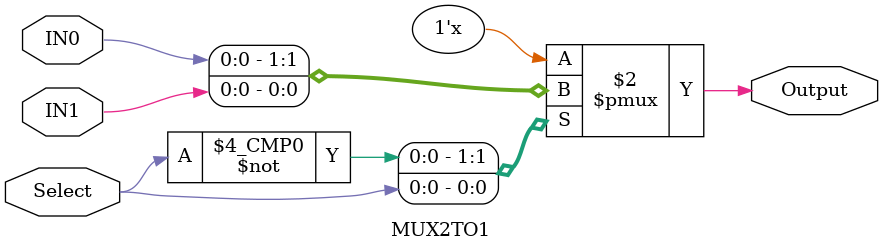
<source format=v>
module MUX2TO1 (IN0, IN1, Select, Output); 

input IN0, IN1; 
input Select ; 
output reg Output;

always @ *  
	case (Select) 
		1'b0   : Output = IN0; 
		1'b1   : Output = IN1;
	endcase 

endmodule
</source>
